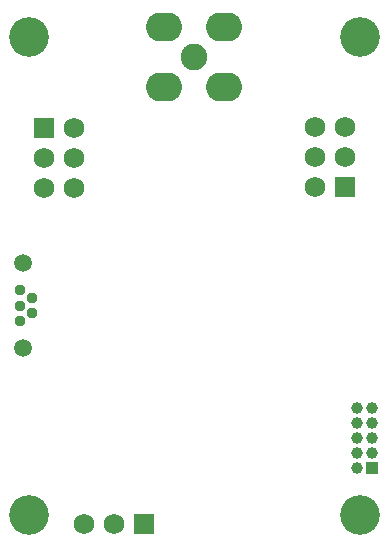
<source format=gbs>
G04 Layer_Color=16711935*
%FSLAX24Y24*%
%MOIN*%
G70*
G01*
G75*
%ADD36C,0.0591*%
%ADD40C,0.0370*%
%ADD41C,0.0394*%
%ADD42R,0.0394X0.0394*%
%ADD65R,0.0691X0.0691*%
%ADD66C,0.0691*%
%ADD67R,0.0691X0.0691*%
%ADD68C,0.1320*%
%ADD70C,0.0887*%
%ADD71O,0.1202X0.0966*%
D36*
X-5720Y266D02*
D03*
Y3081D02*
D03*
D40*
X-5807Y2185D02*
D03*
Y1673D02*
D03*
Y1161D02*
D03*
X-5413Y1417D02*
D03*
Y1929D02*
D03*
D41*
X5406Y-1740D02*
D03*
X5906D02*
D03*
X5406Y-2240D02*
D03*
X5906D02*
D03*
X5406Y-2740D02*
D03*
X5906D02*
D03*
X5406Y-3240D02*
D03*
X5906D02*
D03*
X5406Y-3740D02*
D03*
D42*
X5906D02*
D03*
D65*
X5020Y5610D02*
D03*
X-5020Y7579D02*
D03*
D66*
X4020Y5610D02*
D03*
X5020Y6610D02*
D03*
X4020D02*
D03*
X5020Y7610D02*
D03*
X4020D02*
D03*
X-2673Y-5610D02*
D03*
X-3673D02*
D03*
X-4020Y7579D02*
D03*
X-5020Y6579D02*
D03*
X-4020D02*
D03*
X-5020Y5579D02*
D03*
X-4020D02*
D03*
D67*
X-1673Y-5610D02*
D03*
D68*
X5512Y-5315D02*
D03*
X-5512D02*
D03*
Y10630D02*
D03*
X5512D02*
D03*
D70*
X0Y9941D02*
D03*
D71*
X-1000Y8941D02*
D03*
X1000D02*
D03*
Y10941D02*
D03*
X-1000D02*
D03*
M02*

</source>
